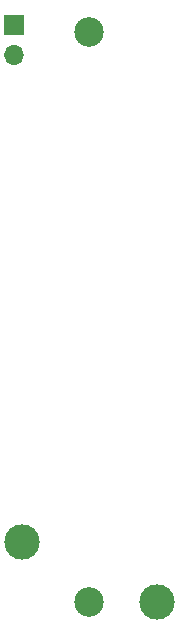
<source format=gbr>
%TF.GenerationSoftware,KiCad,Pcbnew,7.0.6*%
%TF.CreationDate,2023-12-10T23:04:23+01:00*%
%TF.ProjectId,dc_64a,64635f36-3461-42e6-9b69-6361645f7063,rev?*%
%TF.SameCoordinates,Original*%
%TF.FileFunction,Soldermask,Bot*%
%TF.FilePolarity,Negative*%
%FSLAX46Y46*%
G04 Gerber Fmt 4.6, Leading zero omitted, Abs format (unit mm)*
G04 Created by KiCad (PCBNEW 7.0.6) date 2023-12-10 23:04:23*
%MOMM*%
%LPD*%
G01*
G04 APERTURE LIST*
%ADD10C,3.000000*%
%ADD11R,1.700000X1.700000*%
%ADD12O,1.700000X1.700000*%
%ADD13C,2.500000*%
G04 APERTURE END LIST*
D10*
X93980000Y-78740000D03*
D11*
X93345000Y-34920000D03*
D12*
X93345000Y-37460000D03*
D10*
X105410000Y-83820000D03*
D13*
X99695000Y-83820000D03*
X99695000Y-35560000D03*
M02*

</source>
